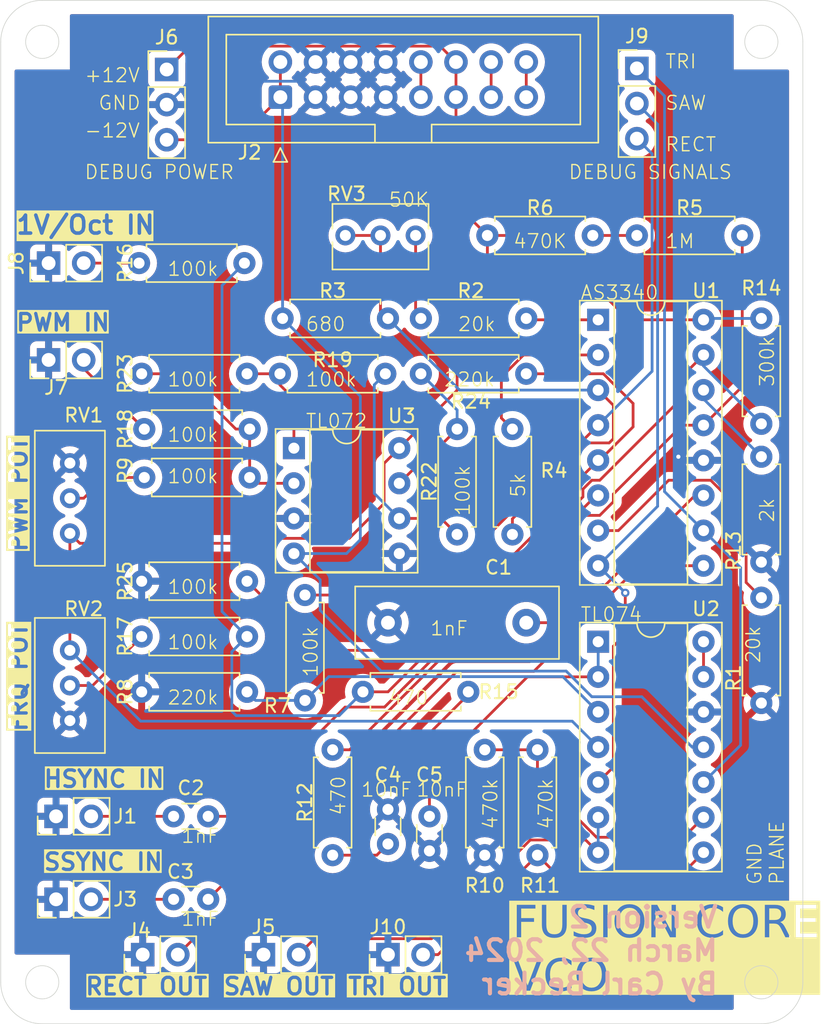
<source format=kicad_pcb>
(kicad_pcb (version 20240108) (generator "pcbnew") (generator_version "8.0")
  (title_block (title "AS3340 VCO"))
  (layers (0 "F.Cu" signal) (31 "B.Cu" signal) (34 "B.Paste" user) (35 "F.Paste" user) (36 "B.SilkS" user "B.Silkscreen") (37 "F.SilkS" user "F.Silkscreen") (38 "B.Mask" user) (39 "F.Mask" user) (44 "Edge.Cuts" user))
  (net 0 "")
  (net 1 "Net-(U1-CAP)")
  (net 2 "GND")
  (net 3 "Net-(U1-VHSI)")
  (net 4 "Net-(U1-VSSI)")
  (net 5 "Net-(C4-Pad2)")
  (net 6 "Net-(C5-Pad2)")
  (net 7 "Net-(U1-VEE)")
  (net 8 "Net-(U1-SCALE1)")
  (net 9 "-12V")
  (net 10 "Net-(U1-SCALE2)")
  (net 11 "Net-(U1-VLFI)")
  (net 12 "Net-(R5-Pad1)")
  (net 13 "+12V")
  (net 14 "Net-(U2A-+)")
  (net 15 "Net-(J9-Pin_3)")
  (net 16 "Net-(U2C--)")
  (net 17 "Net-(U1-VS)")
  (net 18 "Net-(U1-VFCI)")
  (net 19 "Net-(R17-Pad1)")
  (net 20 "Net-(U1-VPWM)")
  (net 21 "Net-(J9-Pin_1)")
  (net 22 "Net-(J9-Pin_2)")
  (net 23 "Net-(U2D--)")
  (net 24 "Net-(J2-Pin_13)")
  (net 25 "Net-(J2-Pin_15)")
  (net 26 "Net-(J2-Pin_10)")
  (net 27 "Net-(R2-Pad2)")
  (net 28 "Net-(J1-Pin_2)")
  (net 29 "Net-(J3-Pin_2)")
  (net 30 "Net-(J4-Pin_2)")
  (net 31 "Net-(J5-Pin_2)")
  (net 32 "Net-(J7-Pin_2)")
  (net 33 "Net-(J8-Pin_2)")
  (net 34 "Net-(J10-Pin_2)")
  (net 35 "Net-(R9-Pad1)")
  (net 36 "Net-(U3A--)")
  (net 37 "Net-(R19-Pad1)")
  (net 38 "Net-(U3B--)")
  (net 39 "Net-(R22-Pad2)")
  (net 40 "Net-(U1-VHFT)")
  (footprint "Capacitor_THT:C_Disc_D3.0mm_W1.6mm_P2.50mm" (layer "F.Cu") (at 75 94.5 90)
    (property "Reference" "C5")
    (property "Value" "10nF")
  )
  (footprint "Potentiometer_THT:Potentiometer_Bourns_3386C_Horizontal" (layer "F.Cu") (at 49 66.46)
    (property "Reference" "RV1")
    (property "Value" "100k")
  )
  (footprint "Capacitor_THT:C_Disc_D3.0mm_W1.6mm_P2.50mm" (layer "F.Cu") (at 72 91.5 -90)
    (property "Reference" "C4")
    (property "Value" "10nF")
  )
  (footprint "Resistor_THT:R_Axial_DIN0207_L6.3mm_D2.5mm_P7.62mm_Horizontal" (layer "F.Cu") (at 79 94.81 90)
    (property "Reference" "R10")
    (property "Value" "470k")
  )
  (footprint "Resistor_THT:R_Axial_DIN0207_L6.3mm_D2.5mm_P7.62mm_Horizontal" (layer "F.Cu") (at 90 50)
    (property "Reference" "R5")
    (property "Value" "1M")
  )
  (footprint "Resistor_THT:R_Axial_DIN0207_L6.3mm_D2.5mm_P7.62mm_Horizontal" (layer "F.Cu") (at 61.81 83 180)
    (property "Reference" "R8")
    (property "Value" "220k")
  )
  (footprint "Resistor_THT:R_Axial_DIN0207_L6.3mm_D2.5mm_P7.62mm_Horizontal" (layer "F.Cu") (at 77.81 83 180)
    (property "Reference" "R15")
    (property "Value" "470")
  )
  (footprint "Connector_PinHeader_2.54mm:PinHeader_1x03_P2.54mm_Vertical" (layer "F.Cu") (at 90 37.92)
    (property "Reference" "J9")
    (property "Value" "Debug Waves")
  )
  (footprint "Resistor_THT:R_Axial_DIN0207_L6.3mm_D2.5mm_P7.62mm_Horizontal" (layer "F.Cu") (at 82 56 180)
    (property "Reference" "R2")
    (property "Value" "20k")
  )
  (footprint "Connector_PinHeader_2.54mm:PinHeader_1x02_P2.54mm_Vertical" (layer "F.Cu") (at 48 92 90)
    (property "Reference" "J1")
    (property "Value" "Hard Sync In")
  )
  (footprint "Connector_PinHeader_2.54mm:PinHeader_1x02_P2.54mm_Vertical" (layer "F.Cu") (at 54.265 102 90)
    (property "Reference" "J4")
    (property "Value" "Rect Out")
  )
  (footprint "Connector_PinHeader_2.54mm:PinHeader_1x02_P2.54mm_Vertical" (layer "F.Cu") (at 63 102 90)
    (property "Reference" "J5")
    (property "Value" "Saw Out")
  )
  (footprint "Resistor_THT:R_Axial_DIN0207_L6.3mm_D2.5mm_P7.62mm_Horizontal" (layer "F.Cu") (at 99 83.81 90)
    (property "Reference" "R1")
    (property "Value" "20k")
  )
  (footprint "Connector_PinHeader_2.54mm:PinHeader_1x02_P2.54mm_Vertical" (layer "F.Cu") (at 72 102 90)
    (property "Reference" "J10")
    (property "Value" "Triangle Out")
  )
  (footprint "Resistor_THT:R_Axial_DIN0207_L6.3mm_D2.5mm_P7.62mm_Horizontal" (layer "F.Cu") (at 66 76 -90)
    (property "Reference" "R7")
    (property "Value" "100k")
  )
  (footprint "Resistor_THT:R_Axial_DIN0207_L6.3mm_D2.5mm_P7.62mm_Horizontal" (layer "F.Cu") (at 74.38 60)
    (property "Reference" "R24")
    (property "Value" "220k")
  )
  (footprint "Resistor_THT:R_Axial_DIN0207_L6.3mm_D2.5mm_P7.62mm_Horizontal" (layer "F.Cu") (at 68 94.81 90)
    (property "Reference" "R12")
    (property "Value" "470")
  )
  (footprint "Resistor_THT:R_Axial_DIN0207_L6.3mm_D2.5mm_P7.62mm_Horizontal" (layer "F.Cu") (at 99 63.62 90)
    (property "Reference" "R14")
    (property "Value" "300k")
  )
  (footprint "Resistor_THT:R_Axial_DIN0207_L6.3mm_D2.5mm_P7.62mm_Horizontal" (layer "F.Cu") (at 54.38 67.5)
    (property "Reference" "R9")
    (property "Value" "100k")
  )
  (footprint "Resistor_THT:R_Axial_DIN0207_L6.3mm_D2.5mm_P7.62mm_Horizontal" (layer "F.Cu") (at 81 64 -90)
    (property "Reference" "R4")
    (property "Value" "5k")
  )
  (footprint "Package_DIP:DIP-14_W7.62mm_Socket" (layer "F.Cu") (at 87.2 79.375)
    (property "Reference" "U2")
    (property "Value" "TL074")
  )
  (footprint "Resistor_THT:R_Axial_DIN0207_L6.3mm_D2.5mm_P7.62mm_Horizontal" (layer "F.Cu") (at 54.19 79)
    (property "Reference" "R17")
    (property "Value" "100k")
  )
  (footprint "Resistor_THT:R_Axial_DIN0207_L6.3mm_D2.5mm_P7.62mm_Horizontal" (layer "F.Cu") (at 64.19 60)
    (property "Reference" "R19")
    (property "Value" "100k")
  )
  (footprint "Potentiometer_THT:Potentiometer_Bourns_3266Y_Vertical" (layer "F.Cu") (at 74 50)
    (property "Reference" "RV3")
    (property "Value" "50k")
  )
  (footprint "Resistor_THT:R_Axial_DIN0207_L6.3mm_D2.5mm_P7.62mm_Horizontal" (layer "F.Cu") (at 72 56 180)
    (property "Reference" "R3")
    (property "Value" "680")
  )
  (footprint "Resistor_THT:R_Axial_DIN0207_L6.3mm_D2.5mm_P7.62mm_Horizontal" (layer "F.Cu") (at 61.62 52 180)
    (property "Reference" "R16")
    (property "Value" "100k")
  )
  (footprint "Capacitor_THT:C_Disc_D3.0mm_W1.6mm_P2.50mm" (layer "F.Cu") (at 56.5 98)
    (property "Reference" "C3")
    (property "Value" "1nF")
  )
  (footprint "Resistor_THT:R_Axial_DIN0207_L6.3mm_D2.5mm_P7.62mm_Horizontal" (layer "F.Cu") (at 54.19 60)
    (property "Reference" "R23")
    (property "Value" "100k")
  )
  (footprint "Connector_PinHeader_2.54mm:PinHeader_1x02_P2.54mm_Vertical" (layer "F.Cu") (at 47.46 52 90)
    (property "Reference" "J8")
    (property "Value" "1V/Oct In")
  )
  (footprint "Resistor_THT:R_Axial_DIN0207_L6.3mm_D2.5mm_P7.62mm_Horizontal" (layer "F.Cu") (at 77 71.62 90)
    (property "Reference" "R22")
    (property "Value" "100k")
  )
  (footprint "Capacitor_THT:C_Disc_D3.0mm_W1.6mm_P2.50mm" (layer "F.Cu") (at 56.5 92)
    (property "Reference" "C2")
    (property "Value" "1nF")
  )
  (footprint "Potentiometer_THT:Potentiometer_Bourns_3386C_Horizontal" (layer "F.Cu") (at 49 85.08 180)
    (property "Reference" "RV2")
    (property "Value" "100k")
  )
  (footprint "Connector_PinHeader_2.54mm:PinHeader_1x03_P2.54mm_Vertical" (layer "F.Cu") (at 56 38)
    (property "Reference" "J6")
    (property "Value" "Debug Power")
  )
  (footprint "Resistor_THT:R_Axial_DIN0207_L6.3mm_D2.5mm_P7.62mm_Horizontal" (layer "F.Cu") (at 79.19 50)
    (property "Reference" "R6")
    (property "Value" "470k")
  )
  (footprint "Package_DIP:DIP-16_W7.62mm_Socket" (layer "F.Cu") (at 87.2 56.1)
    (property "Reference" "U1")
    (property "Value" "AS3340")
  )
  (footprint "Resistor_THT:R_Axial_DIN0207_L6.3mm_D2.5mm_P7.62mm_Horizontal" (layer "F.Cu") (at 61.81 75 180)
    (property "Reference" "R25")
    (property "Value" "100k")
  )
  (footprint "Connector_IDC:IDC-Header_2x08_P2.54mm_Vertical" (layer "F.Cu") (at 64.22 40 90)
    (property "Reference" "J2")
    (property "Value" "Power Connector")
  )
  (footprint "Capacitor_THT:C_Disc_D14.5mm_W5.0mm_P10.00mm" (layer "F.Cu") (at 72 78)
    (property "Reference" "C1")
    (property "Value" "1nF")
  )
  (footprint "Resistor_THT:R_Axial_DIN0207_L6.3mm_D2.5mm_P7.62mm_Horizontal" (layer "F.Cu") (at 62 64 180)
    (property "Reference" "R18")
    (property "Value" "100k")
  )
  (footprint "Connector_PinHeader_2.54mm:PinHeader_1x02_P2.54mm_Vertical" (layer "F.Cu") (at 47.46 59 90)
    (property "Reference" "J7")
    (property "Value" "PWM In")
  )
  (footprint "Package_DIP:DIP-8_W7.62mm_Socket" (layer "F.Cu") (at 65.2 65.38)
    (property "Reference" "U3")
    (property "Value" "TL072")
  )
  (footprint "Resistor_THT:R_Axial_DIN0207_L6.3mm_D2.5mm_P7.62mm_Horizontal" (layer "F.Cu") (at 82.81 87.19 -90)
    (property "Reference" "R11")
    (property "Value" "470k")
  )
  (footprint "Connector_PinHeader_2.54mm:PinHeader_1x02_P2.54mm_Vertical" (layer "F.Cu") (at 48 98 90)
    (property "Reference" "J3")
    (property "Value" "Soft Sync In")
  )
  (footprint "Resistor_THT:R_Axial_DIN0207_L6.3mm_D2.5mm_P7.62mm_Horizontal" (layer "F.Cu") (at 99 73.62 90)
    (property "Reference" "R13")
    (property "Value" "2k")
  )
  (gr_arc (start 47 107) (mid 44.87868 106.12132) (end 44 104) (stroke (width 0.05)) (layer "Edge.Cuts"))
  (gr_arc (start 102 104) (mid 101.12132 106.12132) (end 99 107) (stroke (width 0.05)) (layer "Edge.Cuts"))
  (gr_line (start 102 36) (end 102 104) (stroke (width 0.05)) (layer "Edge.Cuts"))
  (gr_circle (center 47 36) (end 48.2 36) (stroke (width 0.05)) (fill none) (layer "Edge.Cuts"))
  (gr_arc (start 99 33) (mid 101.12132 33.87868) (end 102 36) (stroke (width 0.05)) (layer "Edge.Cuts"))
  (gr_line (start 47 33) (end 99 33) (stroke (width 0.05)) (layer "Edge.Cuts"))
  (gr_circle (center 47 104) (end 48.2 104) (stroke (width 0.05)) (fill none) (layer "Edge.Cuts"))
  (gr_circle (center 99 104) (end 100.2 104) (stroke (width 0.05)) (fill none) (layer "Edge.Cuts"))
  (gr_line (start 44 104) (end 44 36) (stroke (width 0.05)) (layer "Edge.Cuts"))
  (gr_arc (start 44 36) (mid 44.87868 33.87868) (end 47 33) (stroke (width 0.05)) (layer "Edge.Cuts"))
  (gr_line (start 99 107) (end 47 107) (stroke (width 0.05)) (layer "Edge.Cuts"))
  (gr_circle (center 99 36) (end 100.2 36) (stroke (width 0.05)) (fill none) (layer "Edge.Cuts"))
  (gr_text "Version 2\nMarch 22, 2024\nBy Carl Becker" (at 96 105 0) (layer "B.SilkS") (effects (font (size 1.5 1.5) (thickness 0.3) (bold yes)) (justify left bottom mirror)))
  (gr_text "100k" (at 56 61 0) (layer "F.SilkS") (effects (font (size 1 1) (thickness 0.1)) (justify left bottom)))
  (gr_text "TRI" (at 92 38 0) (layer "F.SilkS") (effects (font (size 1 1) (thickness 0.1)) (justify left bottom)))
  (gr_text "1M\n" (at 92 51 0) (layer "F.SilkS") (effects (font (size 1 1) (thickness 0.1)) (justify left bottom)))
  (gr_text "DEBUG POWER" (at 50 46 0) (layer "F.SilkS") (effects (font (size 1 1) (thickness 0.1)) (justify left bottom)))
  (gr_text "+12V\n" (at 50 39 0) (layer "F.SilkS") (effects (font (size 1 1) (thickness 0.1)) (justify left bottom)))
  (gr_text "-12V" (at 50 43 0) (layer "F.SilkS") (effects (font (size 1 1) (thickness 0.1)) (justify left bottom)))
  (gr_text "TRI OUT" (at 69 105 0) (layer "F.SilkS" knockout) (effects (font (size 1.2 1.2) (thickness 0.24) (bold yes)) (justify left bottom)))
  (gr_text "470k" (at 80 93 90) (layer "F.SilkS") (effects (font (size 1 1) (thickness 0.1)) (justify left bottom)))
  (gr_text "AS3340" (at 85.87 54.71 0) (layer "F.SilkS") (effects (font (size 1 1) (thickness 0.1)) (justify left bottom)))
  (gr_text "100k" (at 56 80 0) (layer "F.SilkS") (effects (font (size 1 1) (thickness 0.1)) (justify left bottom)))
  (gr_text "100k" (at 56 76 0) (layer "F.SilkS") (effects (font (size 1 1) (thickness 0.1)) (justify left bottom)))
  (gr_text "SAW" (at 92 41 0) (layer "F.SilkS") (effects (font (size 1 1) (thickness 0.1)) (justify left bottom)))
  (gr_text "470K\n" (at 81 51 0) (layer "F.SilkS") (effects (font (size 1 1) (thickness 0.1)) (justify left bottom)))
  (gr_text "SAW OUT" (at 60 105 0) (layer "F.SilkS" knockout) (effects (font (size 1.2 1.2) (thickness 0.24) (bold yes)) (justify left bottom)))
  (gr_text "PWM IN" (at 45 57 0) (layer "F.SilkS" knockout) (effects (font (size 1.2 1.2) (thickness 0.24) (bold yes)) (justify left bottom)))
  (gr_text "100k" (at 56 53 0) (layer "F.SilkS") (effects (font (size 1 1) (thickness 0.1)) (justify left bottom)))
  (gr_text "470\n" (at 72 84 0) (layer "F.SilkS") (effects (font (size 1 1) (thickness 0.1)) (justify left bottom)))
  (gr_text "SSYNC IN" (at 47 96 0) (layer "F.SilkS" knockout) (effects (font (size 1.2 1.2) (thickness 0.24) (bold yes)) (justify left bottom)))
  (gr_text "680" (at 66 57 0) (layer "F.SilkS") (effects (font (size 1 1) (thickness 0.1)) (justify left bottom)))
  (gr_text "1V/Oct IN" (at 45 50 0) (layer "F.SilkS" knockout) (effects (font (size 1.3 1.3) (thickness 0.26) (bold yes)) (justify left bottom)))
  (gr_text "2k" (at 100 70.81 90) (layer "F.SilkS") (effects (font (size 1 1) (thickness 0.1)) (justify left bottom)))
  (gr_text "20k" (at 99 81 90) (layer "F.SilkS") (effects (font (size 1 1) (thickness 0.1)) (justify left bottom)))
  (gr_text "FRQ POT\n" (at 46 86 90) (layer "F.SilkS" knockout) (effects (font (size 1.2 1.2) (thickness 0.24) (bold yes)) (justify left bottom)))
  (gr_text "100k\n" (at 67 82 90) (layer "F.SilkS") (effects (font (size 1 1) (thickness 0.1)) (justify left bottom)))
  (gr_text "10nF" (at 70 90.656165 0) (layer "F.SilkS") (effects (font (size 1 1) (thickness 0.1)) (justify left bottom)))
  (gr_text "FUSION CORE\nVCO" (at 81 105 0) (layer "F.SilkS" knockout) (effects (font (size 2.3 2.3) (thickness 0.1875)) (justify left bottom)))
  (gr_text "100k" (at 56 68 0) (layer "F.SilkS") (effects (font (size 1 1) (thickness 0.1)) (justify left bottom)))
  (gr_text "TL074" (at 85.87 77.985 0) (layer "F.SilkS") (effects (font (size 1 1) (thickness 0.1)) (justify left bottom)))
  (gr_text "RECT OUT" (at 50 105 0) (layer "F.SilkS" knockout) (effects (font (size 1.2 1.2) (thickness 0.24) (bold yes)) (justify left bottom)))
  (gr_text "1nF\n" (at 57 94 0) (layer "F.SilkS") (effects (font (size 1 1) (thickness 0.1)) (justify left bottom)))
  (gr_text "GND\nPLANE" (at 100.703996 97.015052 90) (layer "F.SilkS") (effects (font (size 1 1) (thickness 0.1)) (justify left bottom)))
  (gr_text "5k" (at 82 69 90) (layer "F.SilkS") (effects (font (size 1 1) (thickness 0.1)) (justify left bottom)))
  (gr_text "10nF\n" (at 74 90.656165 0) (layer "F.SilkS") (effects (font (size 1 1) (thickness 0.1)) (justify left bottom)))
  (gr_text "GND" (at 51 41 0) (layer "F.SilkS") (effects (font (size 1 1) (thickness 0.1)) (justify left bottom)))
  (gr_text "220k" (at 56 84 0) (layer "F.SilkS") (effects (font (size 1 1) (thickness 0.1)) (justify left bottom)))
  (gr_text "PWM POT" (at 46 73 90) (layer "F.SilkS" knockout) (effects (font (size 1.2 1.2) (thickness 0.24) (bold yes)) (justify left bottom)))
  (gr_text "300k" (at 100 61 90) (layer "F.SilkS") (effects (font (size 1 1) (thickness 0.1)) (justify left bottom)))
  (gr_text "20k" (at 77 57 0) (layer "F.SilkS") (effects (font (size 1 1) (thickness 0.1)) (justify left bottom)))
  (gr_text "1nF" (at 57 100 0) (layer "F.SilkS") (effects (font (size 1 1) (thickness 0.1)) (justify left bottom)))
  (gr_text "100k" (at 66 61 0) (layer "F.SilkS") (effects (font (size 1 1) (thickness 0.1)) (justify left bottom)))
  (gr_text "100k" (at 78 70.343833 90) (layer "F.SilkS") (effects (font (size 1 1) (thickness 0.1)) (justify left bottom)))
  (gr_text "1nF" (at 75 79 0) (layer "F.SilkS") (effects (font (size 1 1) (thickness 0.1)) (justify left bottom)))
  (gr_text "220k\n" (at 76 61 0) (layer "F.SilkS") (effects (font (size 1 1) (thickness 0.1)) (justify left bottom)))
  (gr_text "DEBUG SIGNALS" (at 85 46 0) (layer "F.SilkS") (effects (font (size 1 1) (thickness 0.1)) (justify left bottom)))
  (gr_text "100k" (at 56 65 0) (layer "F.SilkS") (effects (font (size 1 1) (thickness 0.1)) (justify left bottom)))
  (gr_text "HSYNC IN" (at 47 90 0) (layer "F.SilkS" knockout) (effects (font (size 1.2 1.2) (thickness 0.24) (bold yes)) (justify left bottom)))
  (gr_text "470k" (at 84 93 90) (layer "F.SilkS") (effects (font (size 1 1) (thickness 0.1)) (justify left bottom)))
  (gr_text "TL072\n" (at 66 64 0) (layer "F.SilkS") (effects (font (size 1 1) (thickness 0.1)) (justify left bottom)))
  (gr_text "470" (at 69 92 90) (layer "F.SilkS") (effects (font (size 1 1) (thickness 0.1)) (justify left bottom)))
  (gr_text "RECT" (at 92 44 0) (layer "F.SilkS") (effects (font (size 1 1) (thickness 0.1)) (justify left bottom)))
  (gr_text "50K" (at 72 48 0) (layer "F.SilkS") (effects (font (size 1 1) (thickness 0.1)) (justify left bottom)))
  (segment (start 82 78) (end 85 78) (width 0.2) (layer "F.Cu") (net 1))
  (segment (start 94.2 68.8) (end 94.82 68.8) (width 0.2) (layer "F.Cu") (net 1))
  (segment (start 85 78) (end 94.2 68.8) (width 0.2) (layer "F.Cu") (net 1))
  (segment (start 78.69 94.5) (end 79 94.81) (width 0.2) (layer "F.Cu") (net 2))
  (segment (start 71.31 91.5) (end 72 91.5) (width 0.2) (layer "F.Cu") (net 2))
  (via (at 93 66) (size 0.6) (drill 0.3) (layers "F.Cu" "B.Cu") (net 2))
  (segment (start 65.61 38.85) (end 66.76 40) (width 0.2) (layer "B.Cu") (net 2))
  (segment (start 56 40.54) (end 57.69 38.85) (width 0.2) (layer "B.Cu") (net 2))
  (segment (start 57.69 38.85) (end 65.61 38.85) (width 0.2) (layer "B.Cu") (net 2))
  (segment (start 59 92) (end 61 92) (width 0.2) (layer "F.Cu") (net 3))
  (segment (start 61 92) (end 68.9 84.1) (width 0.2) (layer "F.Cu") (net 3))
  (segment (start 68.9 84.1) (end 71.752993 84.1) (width 0.2) (layer "F.Cu") (net 3))
  (segment (start 71.752993 84.1) (end 87.052993 68.8) (width 0.2) (layer "F.Cu") (net 3))
  (segment (start 87.052993 68.8) (end 87.2 68.8) (width 0.2) (layer "F.Cu") (net 3))
  (segment (start 82.55368 81.515) (end 76.985 81.515) (width 0.2) (layer "F.Cu") (net 4))
  (segment (start 62.5 96) (end 61 96) (width 0.2) (layer "F.Cu") (net 4))
  (segment (start 94.82 73.88) (end 90.188679 73.88) (width 0.2) (layer "F.Cu") (net 4))
  (segment (start 90.188679 73.88) (end 82.55368 81.515) (width 0.2) (layer "F.Cu") (net 4))
  (segment (start 61 96) (end 59 98) (width 0.2) (layer "F.Cu") (net 4))
  (segment (start 76.985 81.515) (end 62.5 96) (width 0.2) (layer "F.Cu") (net 4))
  (segment (start 71.19 94.81) (end 72 94) (width 0.2) (layer "F.Cu") (net 5))
  (segment (start 68 94.81) (end 71.19 94.81) (width 0.2) (layer "F.Cu") (net 5))
  (segment (start 75 86) (end 75 92) (width 0.2) (layer "F.Cu") (net 6))
  (segment (start 77.81 83) (end 77.81 83.19) (width 0.2) (layer "F.Cu") (net 6))
  (segment (start 77.81 83.19) (end 75 86) (width 0.2) (layer "F.Cu") (net 6))
  (segment (start 71.46 55.46) (end 72 56) (width 0.2) (layer "F.Cu") (net 7))
  (segment (start 88.3 64.7) (end 88.3 62.28) (width 0.2) (layer "F.Cu") (net 7))
  (segment (start 81 71.62) (end 81 70.48863) (width 0.2) (layer "F.Cu") (net 7))
  (segment (start 71.46 50) (end 71.46 55.46) (width 0.2) (layer "F.Cu") (net 7))
  (segment (start 86.48863 65) (end 88 65) (width 0.2) (layer "F.Cu") (net 7))
  (segment (start 88.3 62.28) (end 87.2 61.18) (width 0.2) (layer "F.Cu") (net 7))
  (segment (start 81 70.48863) (end 86.48863 65) (width 0.2) (layer "F.Cu") (net 7))
  (segment (start 71.46 50) (end 68.92 50) (width 0.2) (layer "F.Cu") (net 7))
  (segment (start 88 65) (end 88.3 64.7) (width 0.2) (layer "F.Cu") (net 7))
  (segment (start 77.18 61.18) (end 87.2 61.18) (width 0.2) (layer "B.Cu") (net 7))
  (segment (start 72 56) (end 77.18 61.18) (width 0.2) (layer "B.Cu") (net 7))
  (segment (start 82.665685 56.1) (end 82.282842 55.717157) (width 0.2) (layer "F.Cu") (net 8))
  (segment (start 87.2 56.1) (end 82.665685 56.1) (width 0.2) (layer "F.Cu") (net 8))
  (segment (start 61.14 43.08) (end 64.22 40) (width 0.2) (layer "F.Cu") (net 9))
  (segment (start 64.22 37.46) (end 64.22 40) (width 0.2) (layer "F.Cu") (net 9))
  (segment (start 65.2 73) (end 66 73) (width 0.2) (layer "F.Cu") (net 9))
  (segment (start 56 43.08) (end 61.14 43.08) (width 0.2) (layer "F.Cu") (net 9))
  (segment (start 67.1 74.9) (end 65.2 73) (width 0.2) (layer "B.Cu") (net 9))
  (segment (start 90.355 83.355) (end 86.744365 83.355) (width 0.2) (layer "B.Cu") (net 9))
  (segment (start 94.82 86.995) (end 93.995 86.995) (width 0.2) (layer "B.Cu") (net 9))
  (segment (start 69 73) (end 65.2 73) (width 0.2) (layer "B.Cu") (net 9))
  (segment (start 86.744365 83.355) (end 84.889365 81.5) (width 0.2) (layer "B.Cu") (net 9))
  (segment (start 64.38 40.16) (end 64.22 40) (width 0.2) (layer "B.Cu") (net 9))
  (segment (start 93.995 86.995) (end 90.355 83.355) (width 0.2) (layer "B.Cu") (net 9))
  (segment (start 71.5 81.5) (end 67.1 77.1) (width 0.2) (layer "B.Cu") (net 9))
  (segment (start 64.38 56) (end 64.38 40.16) (width 0.2) (layer "B.Cu") (net 9))
  (segment (start 67.1 77.1) (end 67.1 74.9) (width 0.2) (layer "B.Cu") (net 9))
  (segment (start 64.38 56) (end 70 61.62) (width 0.2) (layer "B.Cu") (net 9))
  (segment (start 84.889365 81.5) (end 71.5 81.5) (width 0.2) (layer "B.Cu") (net 9))
  (segment (start 70 72) (end 69 73) (width 0.2) (layer "B.Cu") (net 9))
  (segment (start 64.38 56) (end 64.38 56.38) (width 0.2) (layer "B.Cu") (net 9))
  (segment (start 70 61.62) (end 70 72) (width 0.2) (layer "B.Cu") (net 9))
  (segment (start 80.200001 60.244364) (end 81.804365 58.64) (width 0.2) (layer "F.Cu") (net 10))
  (segment (start 81 64) (end 80.200001 63.200001) (width 0.2) (layer "F.Cu") (net 10))
  (segment (start 81.804365 58.64) (end 87.2 58.64) (width 0.2) (layer "F.Cu") (net 10))
  (segment (start 80.200001 63.200001) (end 80.200001 60.244364) (width 0.2) (layer "F.Cu") (net 10))
  (segment (start 94.82 63.72) (end 93.28 63.72) (width 0.2) (layer "F.Cu") (net 11))
  (segment (start 69.228679 87.19) (end 68 87.19) (width 0.2) (layer "F.Cu") (net 11))
  (segment (start 88.3 69.255635) (end 87.315635 70.24) (width 0.2) (layer "F.Cu") (net 11))
  (segment (start 87.315635 70.24) (end 86.178679 70.24) (width 0.2) (layer "F.Cu") (net 11))
  (segment (start 86.178679 70.24) (end 69.228679 87.19) (width 0.2) (layer "F.Cu") (net 11))
  (segment (start 93.28 63.72) (end 88.3 68.7) (width 0.2) (layer "F.Cu") (net 11))
  (segment (start 94.82 63.72) (end 97.62 60.92) (width 0.2) (layer "F.Cu") (net 11))
  (segment (start 97.62 60.92) (end 97.62 50) (width 0.2) (layer "F.Cu") (net 11))
  (segment (start 88.3 68.7) (end 88.3 69.255635) (width 0.2) (layer "F.Cu") (net 11))
  (segment (start 86.81 50) (end 90 50) (width 0.2) (layer "F.Cu") (net 12))
  (segment (start 77 55) (end 77 61.2) (width 0.2) (layer "F.Cu") (net 13))
  (segment (start 49 71.54) (end 49.719999 72.259999) (width 0.2) (layer "F.Cu") (net 13))
  (segment (start 89.4 56.1) (end 94.82 56.1) (width 0.2) (layer "F.Cu") (net 13))
  (segment (start 76.92 40) (end 76.92 47.73) (width 0.2) (layer "F.Cu") (net 13))
  (segment (start 76.92 40) (end 76.92 37.46) (width 0.2) (layer "F.Cu") (net 13))
  (segment (start 49.719999 72.259999) (end 63.740001 72.259999) (width 0.2) (layer "F.Cu") (net 13))
  (segment (start 76.92 47.73) (end 79.19 50) (width 0.2) (layer "F.Cu") (net 13))
  (segment (start 75.77 36.31) (end 76.92 37.46) (width 0.2) (layer "F.Cu") (net 13))
  (segment (start 56 38) (end 57.69 36.31) (width 0.2) (layer "F.Cu") (net 13))
  (segment (start 79.19 50) (end 79.19 52.81) (width 0.2) (layer "F.Cu") (net 13))
  (segment (start 69.2 71.9) (end 71.72 69.38) (width 0.2) (layer "F.Cu") (net 13))
  (segment (start 64.1 71.9) (end 69.2 71.9) (width 0.2) (layer "F.Cu") (net 13))
  (segment (start 49 71.54) (end 49 80) (width 0.2) (layer "F.Cu") (net 13))
  (segment (start 77 61.2) (end 72.82 65.38) (width 0.2) (layer "F.Cu") (net 13))
  (segment (start 79.19 52.81) (end 77 55) (width 0.2) (layer "F.Cu") (net 13))
  (segment (start 71.72 69.38) (end 71.72 66.48) (width 0.2) (layer "F.Cu") (net 13))
  (segment (start 63.740001 72.259999) (end 64.1 71.9) (width 0.2) (layer "F.Cu") (net 13))
  (segment (start 83.3 50) (end 89.4 56.1) (width 0.2) (layer "F.Cu") (net 13))
  (segment (start 71.72 66.48) (end 72.82 65.38) (width 0.2) (layer "F.Cu") (net 13))
  (segment (start 79.19 50) (end 83.3 50) (width 0.2) (layer "F.Cu") (net 13))
  (segment (start 57.69 36.31) (end 75.77 36.31) (width 0.2) (layer "F.Cu") (net 13))
  (segment (start 94.92 56) (end 94.82 56.1) (width 0.2) (layer "B.Cu") (net 13))
  (segment (start 87.2 86.995) (end 85.325 85.12) (width 0.2) (layer "B.Cu") (net 13))
  (segment (start 79.19 50) (end 79 50) (width 0.2) (layer "B.Cu") (net 13))
  (segment (start 85.325 85.12) (end 54.12 85.12) (width 0.2) (layer "B.Cu") (net 13))
  (segment (start 99 56) (end 94.92 56) (width 0.2) (layer "B.Cu") (net 13))
  (segment (start 54.12 85.12) (end 49 80) (width 0.2) (layer "B.Cu") (net 13))
  (segment (start 66 83.62) (end 67.72 81.9) (width 0.2) (layer "B.Cu") (net 14))
  (segment (start 84.645 81.9) (end 87.2 84.455) (width 0.2) (layer "B.Cu") (net 14))
  (segment (start 62.43 83.62) (end 61.81 83) (width 0.2) (layer "B.Cu") (net 14))
  (segment (start 67.72 81.9) (end 84.645 81.9) (width 0.2) (layer "B.Cu") (net 14))
  (segment (start 66 83.62) (end 62.43 83.62) (width 0.2) (layer "B.Cu") (net 14))
  (segment (start 87.2 63.72) (end 74.92 76) (width 0.2) (layer "F.Cu") (net 15))
  (segment (start 74.92 76) (end 66 76) (width 0.2) (layer "F.Cu") (net 15))
  (segment (start 91.1 59.82) (end 87.2 63.72) (width 0.2) (layer "B.Cu") (net 15))
  (segment (start 90 43) (end 91.1 44.1) (width 0.2) (layer "B.Cu") (net 15))
  (segment (start 91.1 44.1) (end 91.1 59.82) (width 0.2) (layer "B.Cu") (net 15))
  (segment (start 94.82 92.075) (end 93.38 93.515) (width 0.2) (layer "F.Cu") (net 16))
  (segment (start 93.38 93.515) (end 87.084365 93.515) (width 0.2) (layer "F.Cu") (net 16))
  (segment (start 82.81 89.240635) (end 82.81 87.19) (width 0.2) (layer "F.Cu") (net 16))
  (segment (start 87.084365 93.515) (end 82.81 89.240635) (width 0.2) (layer "F.Cu") (net 16))
  (segment (start 82.81 87.19) (end 79 87.19) (width 0.2) (layer "F.Cu") (net 16))
  (segment (start 94.82 61.82) (end 94.82 61.18) (width 0.2) (layer "B.Cu") (net 17))
  (segment (start 99 66) (end 94.82 61.82) (width 0.2) (layer "B.Cu") (net 17))
  (segment (start 86.744365 67.7) (end 87.315635 67.7) (width 0.2) (layer "F.Cu") (net 18))
  (segment (start 72 83) (end 86.1 68.9) (width 0.2) (layer "F.Cu") (net 18))
  (segment (start 86.1 68.344365) (end 86.744365 67.7) (width 0.2) (layer "F.Cu") (net 18))
  (segment (start 86.1 68.9) (end 86.1 68.344365) (width 0.2) (layer "F.Cu") (net 18))
  (segment (start 93.32 61.695635) (end 93.32 60.14) (width 0.2) (layer "F.Cu") (net 18))
  (segment (start 93.32 60.14) (end 94.82 58.64) (width 0.2) (layer "F.Cu") (net 18))
  (segment (start 70.19 83) (end 72 83) (width 0.2) (layer "F.Cu") (net 18))
  (segment (start 87.315635 67.7) (end 93.32 61.695635) (width 0.2) (layer "F.Cu") (net 18))
  (segment (start 61.62 52) (end 60 53.62) (width 0.2) (layer "B.Cu") (net 18))
  (segment (start 61.03 84.72) (end 68.47 84.72) (width 0.2) (layer "B.Cu") (net 18))
  (segment (start 61.81 79) (end 60.71 80.1) (width 0.2) (layer "B.Cu") (net 18))
  (segment (start 68.47 84.72) (end 70.19 83) (width 0.2) (layer "B.Cu") (net 18))
  (segment (start 60.71 84.4) (end 61.03 84.72) (width 0.2) (layer "B.Cu") (net 18))
  (segment (start 99 63.62) (end 94.82 59.44) (width 0.2) (layer "B.Cu") (net 18))
  (segment (start 94.82 59.44) (end 94.82 58.64) (width 0.2) (layer "B.Cu") (net 18))
  (segment (start 60.71 80.1) (end 60.71 84.4) (width 0.2) (layer "B.Cu") (net 18))
  (segment (start 60 77.19) (end 61.81 79) (width 0.2) (layer "B.Cu") (net 18))
  (segment (start 60 53.62) (end 60 77.19) (width 0.2) (layer "B.Cu") (net 18))
  (segment (start 50.65 82.54) (end 54.19 79) (width 0.2) (layer "F.Cu") (net 19))
  (segment (start 49 82.54) (end 50.65 82.54) (width 0.2) (layer "F.Cu") (net 19))
  (segment (start 66.81 80) (end 61.81 75) (width 0.2) (layer "F.Cu") (net 20))
  (segment (start 85 69.175635) (end 74.175635 80) (width 0.2) (layer "F.Cu") (net 20))
  (segment (start 87.2 66.26) (end 85 68.46) (width 0.2) (layer "F.Cu") (net 20))
  (segment (start 74.175635 80) (end 66.81 80) (width 0.2) (layer "F.Cu") (net 20))
  (segment (start 87.575635 60) (end 89.724974 62.149339) (width 0.2) (layer "F.Cu") (net 20))
  (segment (start 89.724974 62.149339) (end 89.724974 63.840712) (width 0.2) (layer "F.Cu") (net 20))
  (segment (start 82 60) (end 87.575635 60) (width 0.2) (layer "F.Cu") (net 20))
  (segment (start 89.724974 63.840712) (end 87.305686 66.26) (width 0.2) (layer "F.Cu") (net 20))
  (segment (start 85 68.46) (end 85 69.175635) (width 0.2) (layer "F.Cu") (net 20))
  (segment (start 87.305686 66.26) (end 87.2 66.26) (width 0.2) (layer "F.Cu") (net 20))
  (segment (start 92 39.92) (end 92 68.52) (width 0.2) (layer "B.Cu") (net 21))
  (segment (start 94.82 71.34) (end 97.5 74.02) (width 0.2) (layer "B.Cu") (net 21))
  (segment (start 92 68.52) (end 94.82 71.34) (width 0.2) (layer "B.Cu") (net 21))
  (segment (start 97.5 86.855) (end 94.82 89.535) (width 0.2) (layer "B.Cu") (net 21))
  (segment (start 90 37.92) (end 92 39.92) (width 0.2) (layer "B.Cu") (net 21))
  (segment (start 97.5 74.02) (end 97.5 86.855) (width 0.2) (layer "B.Cu") (net 21))
  (segment (start 89.16 75.84) (end 89.16 78.84) (width 0.2) (layer "F.Cu") (net 22))
  (segment (start 88.3 79.7) (end 88.3 88.435) (width 0.2) (layer "F.Cu") (net 22))
  (segment (start 88.3 88.435) (end 87.2 89.535) (width 0.2) (layer "F.Cu") (net 22))
  (segment (start 89.16 78.84) (end 88.3 79.7) (width 0.2) (layer "F.Cu") (net 22))
  (via (at 89.16 75.84) (size 0.6) (drill 0.3) (layers "F.Cu" "B.Cu") (net 22))
  (segment (start 91.5 41.96) (end 90 40.46) (width 0.2) (layer "B.Cu") (net 22))
  (segment (start 89.16 75.84) (end 87.2 73.88) (width 0.2) (layer "B.Cu") (net 22))
  (segment (start 91.5 69.58) (end 91.5 41.96) (width 0.2) (layer "B.Cu") (net 22))
  (segment (start 87.2 73.88) (end 91.5 69.58) (width 0.2) (layer "B.Cu") (net 22))
  (segment (start 94.82 81.915) (end 94.82 79.375) (width 0.2) (layer "F.Cu") (net 23))
  (segment (start 79.46 37.46) (end 79.46 40) (width 0.2) (layer "F.Cu") (net 24))
  (segment (start 82 37.46) (end 82 40) (width 0.2) (layer "F.Cu") (net 25))
  (segment (start 74.38 37.46) (end 74.38 40) (width 0.2) (layer "F.Cu") (net 26))
  (segment (start 74 55.62) (end 74.38 56) (width 0.2) (layer "F.Cu") (net 27))
  (segment (start 74 50) (end 74 55.62) (width 0.2) (layer "F.Cu") (net 27))
  (segment (start 56.5 92) (end 50.54 92) (width 0.2) (layer "F.Cu") (net 28))
  (segment (start 56.5 98) (end 50.54 98) (width 0.2) (layer "F.Cu") (net 29))
  (segment (start 77 96) (end 77 87) (width 0.2) (layer "F.Cu") (net 30))
  (segment (start 76 97) (end 77 96) (width 0.2) (layer "F.Cu") (net 30))
  (segment (start 67.494365 100.45) (end 70.944365 97) (width 0.2) (layer "F.Cu") (net 30))
  (segment (start 58.355 100.45) (end 67.494365 100.45) (width 0.2) (layer "F.Cu") (net 30))
  (segment (start 77 87) (end 82.085 81.915) (width 0.2) (layer "F.Cu") (net 30))
  (segment (start 70.944365 97) (end 76 97) (width 0.2) (layer "F.Cu") (net 30))
  (segment (start 82.085 81.915) (end 87.2 81.915) (width 0.2) (layer "F.Cu") (net 30))
  (segment (start 56.805 102) (end 58.355 100.45) (width 0.2) (layer "F.Cu") (net 30))
  (segment (start 87.2 79.375) (end 87.2 81.915) (width 0.2) (layer "B.Cu") (net 30))
  (segment (start 66.69 100.85) (end 65.54 102) (width 0.2) (layer "F.Cu") (net 31))
  (segment (start 82.29 93.71) (end 75.15 100.85) (width 0.2) (layer "F.Cu") (net 31))
  (segment (start 86.295 93.71) (end 82.29 93.71) (width 0.2) (layer "F.Cu") (net 31))
  (segment (start 75.15 100.85) (end 66.69 100.85) (width 0.2) (layer "F.Cu") (net 31))
  (segment (start 87.2 94.615) (end 86.295 93.71) (width 0.2) (layer "F.Cu") (net 31))
  (segment (start 87.2 92.075) (end 87.2 94.615) (width 0.2) (layer "B.Cu") (net 31))
  (segment (start 54.38 64) (end 50 59.62) (width 0.2) (layer "F.Cu") (net 32))
  (segment (start 50 59.62) (end 50 59) (width 0.2) (layer "F.Cu") (net 32))
  (segment (start 53.19 52) (end 50 52) (width 0.2) (layer "F.Cu") (net 33))
  (segment (start 82.81 94.81) (end 75.62 102) (width 0.2) (layer "F.Cu") (net 34))
  (segment (start 92.435 97) (end 94.82 94.615) (width 0.2) (layer "F.Cu") (net 34))
  (segment (start 75.62 102) (end 74.54 102) (width 0.2) (layer "F.Cu") (net 34))
  (segment (start 82.81 94.81) (end 85 97) (width 0.2) (layer "F.Cu") (net 34))
  (segment (start 85 97) (end 92.435 97) (width 0.2) (layer "F.Cu") (net 34))
  (segment (start 50 69) (end 49 69) (width 0.2) (layer "F.Cu") (net 35))
  (segment (start 54.38 67.5) (end 51.5 67.5) (width 0.2) (layer "F.Cu") (net 35))
  (segment (start 51.5 67.5) (end 50 69) (width 0.2) (layer "F.Cu") (net 35))
  (segment (start 61 64) (end 57 60) (width 0.2) (layer "F.Cu") (net 36))
  (segment (start 62 64) (end 61 64) (width 0.2) (layer "F.Cu") (net 36))
  (segment (start 65.2 67.92) (end 62.42 67.92) (width 0.2) (layer "F.Cu") (net 36))
  (segment (start 62 67.5) (end 62 64) (width 0.2) (layer "F.Cu") (net 36))
  (segment (start 62.42 67.92) (end 62 67.5) (width 0.2) (layer "F.Cu") (net 36))
  (segment (start 57 60) (end 54.19 60) (width 0.2) (layer "F.Cu") (net 36))
  (segment (start 65.2 61.82) (end 65.2 65.38) (width 0.2) (layer "F.Cu") (net 37))
  (segment (start 64.19 60.81) (end 65.2 61.82) (width 0.2) (layer "F.Cu") (net 37))
  (segment (start 61.81 60) (end 64.19 60) (width 0.2) (layer "F.Cu") (net 37))
  (segment (start 64.19 60) (end 64.19 60.81) (width 0.2) (layer "F.Cu") (net 37))
  (segment (start 75.84 70.46) (end 77 71.62) (width 0.2) (layer "F.Cu") (net 38))
  (segment (start 72.82 70.46) (end 75.84 70.46) (width 0.2) (layer "F.Cu") (net 38))
  (segment (start 71.81 60) (end 71.010001 60.799999) (width 0.2) (layer "B.Cu") (net 38))
  (segment (start 71.010001 68.650001) (end 72.82 70.46) (width 0.2) (layer "B.Cu") (net 38))
  (segment (start 71.010001 60.799999) (end 71.010001 68.650001) (width 0.2) (layer "B.Cu") (net 38))
  (segment (start 77 64) (end 76 65) (width 0.2) (layer "F.Cu") (net 39))
  (segment (start 75.74 65) (end 72.82 67.92) (width 0.2) (layer "F.Cu") (net 39))
  (segment (start 76 65) (end 75.74 65) (width 0.2) (layer "F.Cu") (net 39))
  (segment (start 77 64) (end 77 62.62) (width 0.2) (layer "B.Cu") (net 39))
  (segment (start 77 62.62) (end 74.38 60) (width 0.2) (layer "B.Cu") (net 39))
  (segment (start 99 76.19) (end 97.9 75.09) (width 0.2) (layer "F.Cu") (net 40))
  (segment (start 95.34 67.7) (end 92.3 67.7) (width 0.2) (layer "F.Cu") (net 40))
  (segment (start 88.66 71.34) (end 87.2 71.34) (width 0.2) (layer "F.Cu") (net 40))
  (segment (start 92.3 67.7) (end 88.66 71.34) (width 0.2) (layer "F.Cu") (net 40))
  (segment (start 97.9 75.09) (end 97.9 70.26) (width 0.2) (layer "F.Cu") (net 40))
  (segment (start 97.9 70.26) (end 95.34 67.7) (width 0.2) (layer "F.Cu") (net 40))
  (zone (net 2) (net_name "GND") (layer "F.Cu") (connect_pads (clearance 0.5)) (min_thickness 0.25) (fill yes (thermal_gap 0.5) (thermal_bridge_width 0.5))
    (polygon (pts (xy 49 38) (xy 49 34) (xy 97 34) (xy 97 38) (xy 101 38) (xy 101 102) (xy 97 102) (xy 97 106) (xy 49 106) (xy 49 102) (xy 45 102) (xy 45 38)))
  )
  (zone (net 2) (net_name "GND") (layer "B.Cu") (priority 1) (connect_pads (clearance 0.5)) (min_thickness 0.25) (fill yes (thermal_gap 0.5) (thermal_bridge_width 0.5))
    (polygon (pts (xy 49 38) (xy 49 34) (xy 97 34) (xy 97 38) (xy 101 38) (xy 101 102) (xy 97 102) (xy 97 106) (xy 49 106) (xy 49 102) (xy 45 102) (xy 45 38)))
  )
)
</source>
